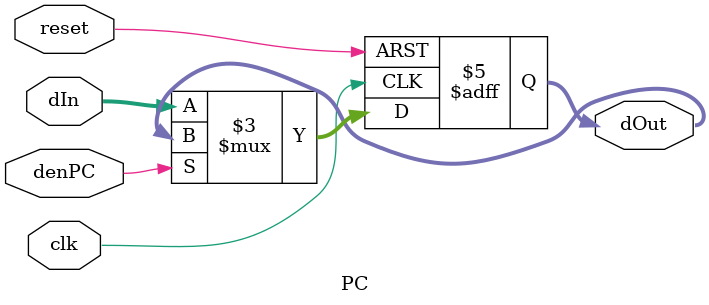
<source format=v>
module Reg #(parameter width = 32)
   (input clk,reset,den,
    input [width-1 : 0]     dIn,
    output reg [width-1 :0] dOut);
   always @(posedge clk )
     begin
        if(reset)
          dOut <= 0;
        else
          if(!den)
            dOut <= dIn;
     end
endmodule // Reg

module PC (input clk,reset,denPC,
           input [31 :0]     dIn,
           output reg [31:0] dOut);
   always @(posedge clk or posedge reset)
     begin
        if(reset)
          dOut <= 32'h0000_3000;
        else
          if(!denPC)
            dOut <= dIn;
     end
endmodule // PC

</source>
